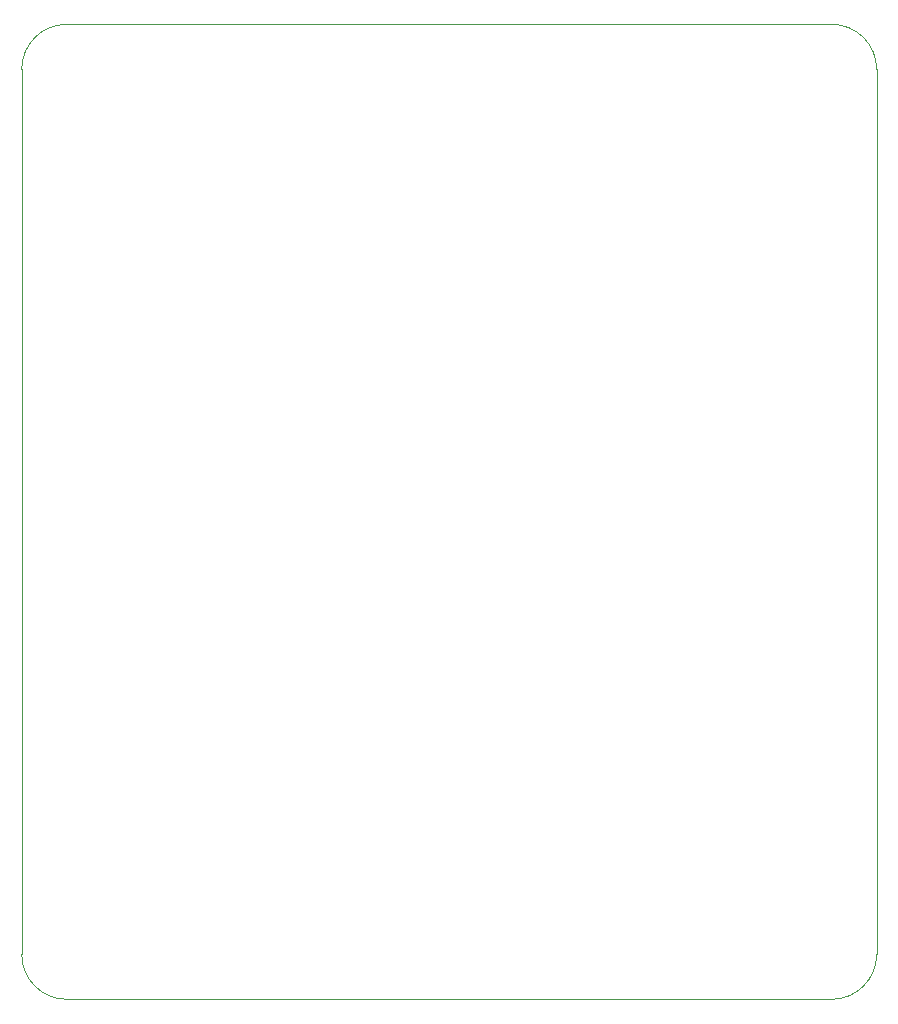
<source format=gbr>
%TF.GenerationSoftware,KiCad,Pcbnew,(5.1.8-0-10_14)*%
%TF.CreationDate,2021-01-10T22:50:04+01:00*%
%TF.ProjectId,Tonuino-ESP32_2,546f6e75-696e-46f2-9d45-535033325f32,rev?*%
%TF.SameCoordinates,Original*%
%TF.FileFunction,Profile,NP*%
%FSLAX46Y46*%
G04 Gerber Fmt 4.6, Leading zero omitted, Abs format (unit mm)*
G04 Created by KiCad (PCBNEW (5.1.8-0-10_14)) date 2021-01-10 22:50:04*
%MOMM*%
%LPD*%
G01*
G04 APERTURE LIST*
%TA.AperFunction,Profile*%
%ADD10C,0.050000*%
%TD*%
G04 APERTURE END LIST*
D10*
X133350000Y-109220000D02*
X133350000Y-34290000D01*
X201930000Y-113030000D02*
X137160000Y-113030000D01*
X205740000Y-34290000D02*
X205740000Y-109220000D01*
X201930000Y-30480000D02*
X137160000Y-30480000D01*
X133350000Y-34290000D02*
G75*
G02*
X137160000Y-30480000I3810000J0D01*
G01*
X137160000Y-113030000D02*
G75*
G02*
X133350000Y-109220000I0J3810000D01*
G01*
X205740000Y-109220000D02*
G75*
G02*
X201930000Y-113030000I-3810000J0D01*
G01*
X201930000Y-30480000D02*
G75*
G02*
X205740000Y-34290000I0J-3810000D01*
G01*
M02*

</source>
